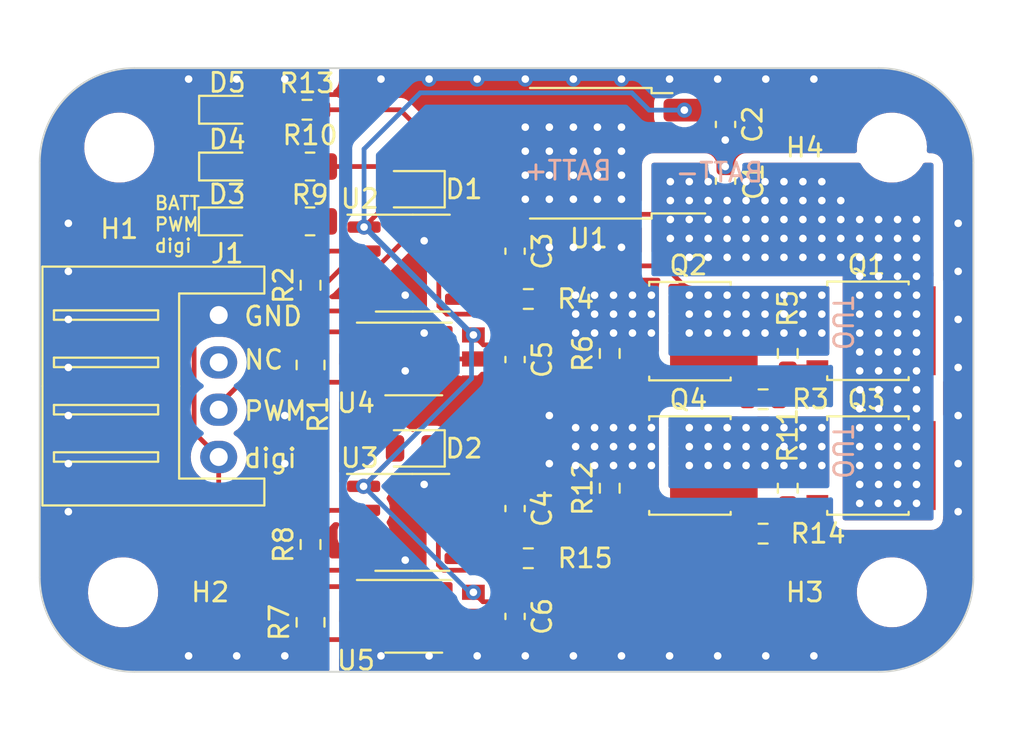
<source format=kicad_pcb>
(kicad_pcb (version 20221018) (generator pcbnew)
  (layers (0 "F.Cu" signal) (31 "B.Cu" signal) (34 "B.Paste" user) (35 "F.Paste" user) (36 "B.SilkS" user "B.Silkscreen") (37 "F.SilkS" user "F.Silkscreen") (38 "B.Mask" user) (39 "F.Mask" user) (44 "Edge.Cuts" user))
  (net 0 "")
  (net 1 "+BATT")
  (net 2 "GND")
  (net 3 "+12V")
  (net 4 "Net-(D1-K)")
  (net 5 "P_Vs")
  (net 6 "Net-(D2-K)")
  (net 7 "d_Vs")
  (net 8 "GND1")
  (net 9 "Net-(D3-A)")
  (net 10 "Net-(D4-A)")
  (net 11 "Net-(D5-A)")
  (net 13 "C_PWM")
  (net 14 "C_digi")
  (net 15 "Net-(Q1-G)")
  (net 16 "Net-(Q2-G)")
  (net 17 "Net-(Q3-G)")
  (net 18 "Net-(Q4-G)")
  (net 19 "Net-(R1-Pad1)")
  (net 20 "Net-(R2-Pad1)")
  (net 21 "PWM")
  (net 22 "P_HO")
  (net 23 "P_LO")
  (net 24 "Net-(R7-Pad1)")
  (net 25 "Net-(R8-Pad1)")
  (net 26 "digi")
  (net 27 "d_HO")
  (net 28 "d_LO")
  (footprint "Package_SO:MFSOP6-5_4.4x3.6mm_P1.27mm" (layer "F.Cu") (at 174.45 96.97)
    (fp_text reference "U5")
    (fp_text value "TLP152")
  )
  (footprint "Capacitor_SMD:C_0603_1608Metric" (layer "F.Cu") (at 190.915 70.975 -90)
    (fp_text reference "C2")
    (fp_text value "0.1u")
  )
  (footprint "Package_TO_SOT_SMD:LFPAK56" (layer "F.Cu") (at 189.035 89)
    (fp_text reference "Q4")
    (fp_text value "RJK0328DPB-01")
  )
  (footprint "Resistor_SMD:R_0805_2012Metric" (layer "F.Cu") (at 168.975 76.1)
    (fp_text reference "R9")
    (fp_text value "330")
  )
  (footprint "Resistor_SMD:R_0603_1608Metric" (layer "F.Cu") (at 184.8 90.2 90)
    (fp_text reference "R12")
    (fp_text value "10k")
  )
  (footprint "Resistor_SMD:R_0603_1608Metric" (layer "F.Cu") (at 194.2 83.08 90)
    (fp_text reference "R5")
    (fp_text value "10k")
  )
  (footprint "MountingHole:MountingHole_3.2mm_M3" (layer "F.Cu") (at 199.7 72.2)
    (fp_text reference "H4")
    (fp_text value "MountingHole")
  )
  (footprint "LED_SMD:LED_0603_1608Metric" (layer "F.Cu") (at 164.6 70.2)
    (fp_text reference "D5")
    (fp_text value "LED")
  )
  (footprint "Resistor_SMD:R_0603_1608Metric" (layer "F.Cu") (at 180.5 93.9)
    (fp_text reference "R15")
    (fp_text value "30")
  )
  (footprint "Resistor_SMD:R_0603_1608Metric" (layer "F.Cu") (at 180.5 80.2)
    (fp_text reference "R4")
    (fp_text value "30")
  )
  (footprint "Capacitor_SMD:C_0603_1608Metric" (layer "F.Cu") (at 190.915 73.975 90)
    (fp_text reference "C1")
    (fp_text value "0.33u")
  )
  (footprint "Connector_JST:JST_XH_S4B-XH-A_1x04_P2.50mm_Horizontal" (layer "F.Cu") (at 164.15 81.05 -90)
    (fp_text reference "J1")
    (fp_text value "Conn_01x04_Pin")
  )
  (footprint "MountingHole:MountingHole_3.2mm_M3" (layer "F.Cu") (at 158.9 72.2)
    (fp_text reference "H1")
    (fp_text value "MountingHole")
  )
  (footprint "Resistor_SMD:R_0805_2012Metric" (layer "F.Cu") (at 169 83.6875 90)
    (fp_text reference "R1")
    (fp_text value "330")
  )
  (footprint "Package_TO_SOT_SMD:LFPAK56" (layer "F.Cu") (at 198.435 89)
    (fp_text reference "Q3")
    (fp_text value "RJK0328DPB-01")
  )
  (footprint "Resistor_SMD:R_0603_1608Metric" (layer "F.Cu") (at 184.8 83.08 90)
    (fp_text reference "R6")
    (fp_text value "10k")
  )
  (footprint "Package_SO:MFSOP6-5_4.4x3.6mm_P1.27mm" (layer "F.Cu") (at 174.45 83.37)
    (fp_text reference "U4")
    (fp_text value "TLP152")
  )
  (footprint "Package_TO_SOT_SMD:LFPAK56" (layer "F.Cu") (at 198.435 81.88)
    (fp_text reference "Q1")
    (fp_text value "RJK0328DPB-01")
  )
  (footprint "Resistor_SMD:R_0603_1608Metric" (layer "F.Cu") (at 169 93.175 90)
    (fp_text reference "R8")
    (fp_text value "22k")
  )
  (footprint "Diode_SMD:D_0805_2012Metric" (layer "F.Cu") (at 174.4 88.095 180)
    (fp_text reference "D2")
    (fp_text value "D")
  )
  (footprint "Resistor_SMD:R_0603_1608Metric" (layer "F.Cu") (at 169 79.475 90)
    (fp_text reference "R2")
    (fp_text value "22k")
  )
  (footprint "Package_SO:SO-8_3.9x4.9mm_P1.27mm" (layer "F.Cu") (at 174.375 92.005)
    (fp_text reference "U3")
    (fp_text value "IR2302")
  )
  (footprint "Capacitor_SMD:C_0603_1608Metric" (layer "F.Cu") (at 179.8 83.4 -90)
    (fp_text reference "C5")
    (fp_text value "0.1u")
  )
  (footprint "MountingHole:MountingHole_3.2mm_M3" (layer "F.Cu") (at 199.7 95.7)
    (fp_text reference "H3")
    (fp_text value "MountingHole")
  )
  (footprint "Package_TO_SOT_SMD:TO-252-2" (layer "F.Cu") (at 183.7 72.5 180)
    (fp_text reference "U1")
    (fp_text value "NJM7812s")
  )
  (footprint "Resistor_SMD:R_0603_1608Metric" (layer "F.Cu") (at 168.8125 70.2 180)
    (fp_text reference "R13")
    (fp_text value "2.2k")
  )
  (footprint "Capacitor_SMD:C_0603_1608Metric" (layer "F.Cu") (at 179.8 91.275 -90)
    (fp_text reference "C4")
    (fp_text value "0.1u")
  )
  (footprint "LED_SMD:LED_0603_1608Metric" (layer "F.Cu") (at 164.6 73.2)
    (fp_text reference "D4")
    (fp_text value "LED")
  )
  (footprint "Resistor_SMD:R_0603_1608Metric" (layer "F.Cu") (at 192.9 92.6)
    (fp_text reference "R14")
    (fp_text value "30")
  )
  (footprint "MountingHole:MountingHole_3.2mm_M3" (layer "F.Cu") (at 159.1 95.7)
    (fp_text reference "H2")
    (fp_text value "MountingHole")
  )
  (footprint "Diode_SMD:D_0805_2012Metric" (layer "F.Cu") (at 174.4 74.4 180)
    (fp_text reference "D1")
    (fp_text value "D")
  )
  (footprint "Resistor_SMD:R_0603_1608Metric" (layer "F.Cu") (at 194.2 90.2 90)
    (fp_text reference "R11")
    (fp_text value "10k")
  )
  (footprint "Capacitor_SMD:C_0603_1608Metric" (layer "F.Cu") (at 179.8 96.975 -90)
    (fp_text reference "C6")
    (fp_text value "0.1u")
  )
  (footprint "Capacitor_SMD:C_0603_1608Metric" (layer "F.Cu") (at 179.8 77.675 -90)
    (fp_text reference "C3")
    (fp_text value "0.1u")
  )
  (footprint "Resistor_SMD:R_0805_2012Metric" (layer "F.Cu") (at 169 97.2875 90)
    (fp_text reference "R7")
    (fp_text value "330")
  )
  (footprint "Package_TO_SOT_SMD:LFPAK56" (layer "F.Cu") (at 189.035 81.9)
    (fp_text reference "Q2")
    (fp_text value "RJK0328DPB-01")
  )
  (footprint "Package_SO:SO-8_3.9x4.9mm_P1.27mm" (layer "F.Cu") (at 174.4 78.305)
    (fp_text reference "U2")
    (fp_text value "IR2302")
  )
  (footprint "Resistor_SMD:R_0603_1608Metric" (layer "F.Cu") (at 192.9 85.5)
    (fp_text reference "R3")
    (fp_text value "30")
  )
  (footprint "LED_SMD:LED_0603_1608Metric" (layer "F.Cu") (at 164.5875 76.1)
    (fp_text reference "D3")
    (fp_text value "LED")
  )
  (footprint "Resistor_SMD:R_0805_2012Metric" (layer "F.Cu") (at 168.975 73.2)
    (fp_text reference "R10")
    (fp_text value "330")
  )
  (gr_arc (start 199 68) (mid 202.535534 69.464466) (end 204 73) (stroke (width 0.1)) (layer "Edge.Cuts"))
  (gr_line (start 159.7 68) (end 199 68) (stroke (width 0.1)) (layer "Edge.Cuts"))
  (gr_arc (start 154.7 73) (mid 156.164466 69.464466) (end 159.7 68) (stroke (width 0.1)) (layer "Edge.Cuts"))
  (gr_arc (start 204 94.9) (mid 202.535534 98.435534) (end 199 99.9) (stroke (width 0.1)) (layer "Edge.Cuts"))
  (gr_line (start 199 99.9) (end 159.7 99.9) (stroke (width 0.1)) (layer "Edge.Cuts"))
  (gr_line (start 204 73) (end 204 94.9) (stroke (width 0.1)) (layer "Edge.Cuts"))
  (gr_arc (start 159.7 99.9) (mid 156.164466 98.435534) (end 154.7 94.9) (stroke (width 0.1)) (layer "Edge.Cuts"))
  (gr_line (start 154.7 94.9) (end 154.7 73) (stroke (width 0.1)) (layer "Edge.Cuts"))
  (gr_text "OUT" (at 196.5 83 270) (layer "B.SilkS") (effects (font (size 1 1)) (justify left bottom mirror)))
  (gr_text "BATT+" (at 185 74) (layer "B.SilkS") (effects (font (size 1 1)) (justify left bottom mirror)))
  (gr_text "BATT-" (at 193 74.1) (layer "B.SilkS") (effects (font (size 1 1)) (justify left bottom mirror)))
  (gr_text "OUT" (at 196.5 89.8 270) (layer "B.SilkS") (effects (font (size 1 1)) (justify left bottom mirror)))
  (gr_text "GND" (at 165.4 81.7) (layer "F.SilkS") (effects (font (size 1 1)) (justify left bottom)))
  (gr_text "NC" (at 165.4 84) (layer "F.SilkS") (effects (font (size 1 1)) (justify left bottom)))
  (gr_text "BATT\nPWM\ndigi" (at 160.7 77.8) (layer "F.SilkS") (effects (font (size 0.7 0.7) (thickness 0.12) bold) (justify left bottom)))
  (gr_text "digi" (at 165.4 89.2) (layer "F.SilkS") (effects (font (size 1 1)) (justify left bottom)))
  (gr_text "PWM" (at 165.4 86.7) (layer "F.SilkS") (effects (font (size 1 1)) (justify left bottom)))
  (segment (start 189 75) (end 188.77 74.75) (width 0.25) (layer "F.Cu") (net 1))
  (segment (start 190.915 74.75) (end 190.25 74.75) (width 0.25) (layer "F.Cu") (net 1))
  (segment (start 173.726825 70.2) (end 169.6375 70.2) (width 0.25) (layer "F.Cu") (net 1))
  (segment (start 187.725 75.725) (end 179.251825 75.725) (width 0.25) (layer "F.Cu") (net 1))
  (segment (start 191 75) (end 190 76) (width 0.25) (layer "F.Cu") (net 1))
  (segment (start 189.94 75.725) (end 189.275 75.725) (width 0.25) (layer "F.Cu") (net 1))
  (segment (start 190.915 74.75) (end 191 75) (width 0.25) (layer "F.Cu") (net 1))
  (segment (start 190 75) (end 189.75 74.75) (width 0.25) (layer "F.Cu") (net 1))
  (segment (start 189.75 74.75) (end 189 75) (width 0.25) (layer "F.Cu") (net 1))
  (segment (start 190.25 74.75) (end 190 75) (width 0.25) (layer "F.Cu") (net 1))
  (segment (start 188.275 75.725) (end 188 76) (width 0.25) (layer "F.Cu") (net 1))
  (segment (start 189 76) (end 188.725 75.725) (width 0.25) (layer "F.Cu") (net 1))
  (segment (start 179.251825 75.725) (end 173.726825 70.2) (width 0.25) (layer "F.Cu") (net 1))
  (segment (start 189.275 75.725) (end 189 76) (width 0.25) (layer "F.Cu") (net 1))
  (segment (start 188 76) (end 187.725 75.725) (width 0.25) (layer "F.Cu") (net 1))
  (segment (start 188.77 74.75) (end 188.74 74.78) (width 0.25) (layer "F.Cu") (net 1))
  (segment (start 190 76) (end 189.94 75.725) (width 0.25) (layer "F.Cu") (net 1))
  (segment (start 188.725 75.725) (end 188.275 75.725) (width 0.25) (layer "F.Cu") (net 1))
  (via (at 200 84) (size 0.8) (drill 0.4) (layers "F.Cu" "B.Cu") (net 1))
  (via (at 198 85) (size 0.8) (drill 0.4) (layers "F.Cu" "B.Cu") (net 1))
  (via (at 194 78) (size 0.8) (drill 0.4) (layers "F.Cu" "B.Cu") (net 1))
  (via (at 188 74) (size 0.8) (drill 0.4) (layers "F.Cu" "B.Cu") (net 1))
  (via (at 189 75) (size 0.8) (drill 0.4) (layers "F.Cu" "B.Cu") (net 1))
  (via (at 201 89) (size 0.8) (drill 0.4) (layers "F.Cu" "B.Cu") (net 1))
  (via (at 200 76) (size 0.8) (drill 0.4) (layers "F.Cu" "B.Cu") (net 1))
  (via (at 199 81) (size 0.8) (drill 0.4) (layers "F.Cu" "B.Cu") (net 1))
  (via (at 194 75) (size 0.8) (drill 0.4) (layers "F.Cu" "B.Cu") (net 1))
  (via (at 200 86) (size 0.8) (drill 0.4) (layers "F.Cu" "B.Cu") (net 1))
  (via (at 194 77) (size 0.8) (drill 0.4) (layers "F.Cu" "B.Cu") (net 1))
  (via (at 200 88) (size 0.8) (drill 0.4) (layers "F.Cu" "B.Cu") (net 1))
  (via (at 201 84) (size 0.8) (drill 0.4) (layers "F.Cu" "B.Cu") (net 1))
  (via (at 198 81) (size 0.8) (drill 0.4) (layers "F.Cu" "B.Cu") (net 1))
  (via (at 198 88) (size 0.8) (drill 0.4) (layers "F.Cu" "B.Cu") (net 1))
  (via (at 198 77) (size 0.8) (drill 0.4) (layers "F.Cu" "B.Cu") (net 1))
  (via (at 198 84) (size 0.8) (drill 0.4) (layers "F.Cu" "B.Cu") (net 1))
  (via (at 199 80) (size 0.8) (drill 0.4) (layers "F.Cu" "B.Cu") (net 1))
  (via (at 189 76) (size 0.8) (drill 0.4) (layers "F.Cu" "B.Cu") (net 1))
  (via (at 199 79) (size 0.8) (drill 0.4) (layers "F.Cu" "B.Cu") (net 1))
  (via (at 200 85) (size 0.8) (drill 0.4) (layers "F.Cu" "B.Cu") (net 1))
  (via (at 198 79) (size 0.8) (drill 0.4) (layers "F.Cu" "B.Cu") (net 1))
  (via (at 201 79) (size 0.8) (drill 0.4) (layers "F.Cu" "B.Cu") (net 1))
  (via (at 195 77) (size 0.8) (drill 0.4) (layers "F.Cu" "B.Cu") (net 1))
  (via (at 193 75) (size 0.8) (drill 0.4) (layers "F.Cu" "B.Cu") (net 1))
  (via (at 198 80) (size 0.8) (drill 0.4) (layers "F.Cu" "B.Cu") (net 1))
  (via (at 192 77) (size 0.8) (drill 0.4) (layers "F.Cu" "B.Cu") (net 1))
  (via (at 199 90) (size 0.8) (drill 0.4) (layers "F.Cu" "B.Cu") (net 1))
  (via (at 190 78) (size 0.8) (drill 0.4) (layers "F.Cu" "B.Cu") (net 1))
  (via (at 201 80) (size 0.8) (drill 0.4) (layers "F.Cu" "B.Cu") (net 1))
  (via (at 192 75) (size 0.8) (drill 0.4) (layers "F.Cu" "B.Cu") (net 1))
  (via (at 198 87) (size 0.8) (drill 0.4) (layers "F.Cu" "B.Cu") (net 1))
  (via (at 189 77) (size 0.8) (drill 0.4) (layers "F.Cu" "B.Cu") (net 1))
  (via (at 201 83) (size 0.8) (drill 0.4) (layers "F.Cu" "B.Cu") (net 1))
  (via (at 196 76) (size 0.8) (drill 0.4) (layers "F.Cu" "B.Cu") (net 1))
  (via (at 199 89) (size 0.8) (drill 0.4) (layers "F.Cu" "B.Cu") (net 1))
  (via (at 198 90) (size 0.8) (drill 0.4) (layers "F.Cu" "B.Cu") (net 1))
  (via (at 199 76) (size 0.8) (drill 0.4) (layers "F.Cu" "B.Cu") (net 1))
  (via (at 191 76) (size 0.8) (drill 0.4) (layers "F.Cu" "B.Cu") (net 1))
  (via (at 200 77) (size 0.8) (drill 0.4) (layers "F.Cu" "B.Cu") (net 1))
  (via (at 193 78) (size 0.8) (drill 0.4) (layers "F.Cu" "B.Cu") (net 1))
  (via (at 193 74) (size 0.8) (drill 0.4) (layers "F.Cu" "B.Cu") (net 1))
  (via (at 197 77) (size 0.8) (drill 0.4) (layers "F.Cu" "B.Cu") (net 1))
  (via (at 199 78) (size 0.8) (drill 0.4) (layers "F.Cu" "B.Cu") (net 1))
  (via (at 193 77) (size 0.8) (drill 0.4) (layers "F.Cu" "B.Cu") (net 1))
  (via (at 196 78) (size 0.8) (drill 0.4) (layers "F.Cu" "B.Cu") (net 1))
  (via (at 201 76) (size 0.8) (drill 0.4) (layers "F.Cu" "B.Cu") (net 1))
  (via (at 188 77) (size 0.8) (drill 0.4) (layers "F.Cu" "B.Cu") (net 1))
  (via (at 199 87) (size 0.8) (drill 0.4) (layers "F.Cu" "B.Cu") (net 1))
  (via (at 198 91) (size 0.8) (drill 0.4) (layers "F.Cu" "B.Cu") (net 1))
  (via (at 200 79) (size 0.8) (drill 0.4) (layers "F.Cu" "B.Cu") (net 1))
  (via (at 201 82) (size 0.8) (drill 0.4) (layers "F.Cu" "B.Cu") (net 1))
  (via (at 200 87) (size 0.8) (drill 0.4) (layers "F.Cu" "B.Cu") (net 1))
  (via (at 199 86) (size 0.8) (drill 0.4) (layers "F.Cu" "B.Cu") (net 1))
  (via (at 189 78) (size 0.8) (drill 0.4) (layers "F.Cu" "B.Cu") (net 1))
  (via (at 191 78) (size 0.8) (drill 0.4) (layers "F.Cu" "B.Cu") (net 1))
  (via (at 200 90) (size 0.8) (drill 0.4) (layers "F.Cu" "B.Cu") (net 1))
  (via (at 196 77) (size 0.8) (drill 0.4) (layers "F.Cu" "B.Cu") (net 1))
  (via (at 196 74) (size 0.8) (drill 0.4) (layers "F.Cu" "B.Cu") (net 1))
  (via (at 201 90) (size 0.8) (drill 0.4) (layers "F.Cu" "B.Cu") (net 1))
  (via (at 190 74) (size 0.8) (drill 0.4) (layers "F.Cu" "B.Cu") (net 1))
  (via (at 188 75) (size 0.8) (drill 0.4) (layers "F.Cu" "B.Cu") (net 1))
  (via (at 200 80) (size 0.8) (drill 0.4) (layers "F.Cu" "B.Cu") (net 1))
  (via (at 201 85) (size 0.8) (drill 0.4) (layers "F.Cu" "B.Cu") (net 1))
  (via (at 199 91) (size 0.8) (drill 0.4) (layers "F.Cu" "B.Cu") (net 1))
  (via (at 198 89) (size 0.8) (drill 0.4) (layers "F.Cu" "B.Cu") (net 1))
  (via (at 189 74) (size 0.8) (drill 0.4) (layers "F.Cu" "B.Cu") (net 1))
  (via (at 201 78) (size 0.8) (drill 0.4) (layers "F.Cu" "B.Cu") (net 1))
  (via (at 199 83) (size 0.8) (drill 0.4) (layers "F.Cu" "B.Cu") (net 1))
  (via (at 197 76) (size 0.8) (drill 0.4) (layers "F.Cu" "B.Cu") (net 1))
  (via (at 195 76) (size 0.8) (drill 0.4) (layers "F.Cu" "B.Cu") (net 1))
  (via (at 200 83) (size 0.8) (drill 0.4) (layers "F.Cu" "B.Cu") (net 1))
  (via (at 201 86) (size 0.8) (drill 0.4) (layers "F.Cu" "B.Cu") (net 1))
  (via (at 201 81) (size 0.8) (drill 0.4) (layers "F.Cu" "B.Cu") (net 1))
  (via (at 190 77) (size 0.8) (drill 0.4) (layers "F.Cu" "B.Cu") (net 1))
  (via (at 192 78) (size 0.8) (drill 0.4) (layers "F.Cu" "B.Cu") (net 1))
  (via (at 197 75) (size 0.8) (drill 0.4) (layers "F.Cu" "B.Cu") (net 1))
  (via (at 199 84) (size 0.8) (drill 0.4) (layers "F.Cu" "B.Cu") (net 1))
  (via (at 199 82) (size 0.8) (drill 0.4) (layers "F.Cu" "B.Cu") (net 1))
  (via (at 198 82) (size 0.8) (drill 0.4) (layers "F.Cu" "B.Cu") (net 1))
  (via (at 196 75) (size 0.8) (drill 0.4) (layers "F.Cu" "B.Cu") (net 1))
  (via (at 201 87) (size 0.8) (drill 0.4) (layers "F.Cu" "B.Cu") (net 1))
  (via (at 199 88) (size 0.8) (drill 0.4) (layers "F.Cu" "B.Cu") (net 1))
  (via (at 195 74) (size 0.8) (drill 0.4) (layers "F.Cu" "B.Cu") (net 1))
  (via (at 200 82) (size 0.8) (drill 0.4) (layers "F.Cu" "B.Cu") (net 1))
  (via (at 193 76) (size 0.8) (drill 0.4) (layers "F.Cu" "B.Cu") (net 1))
  (via (at 201 91) (size 0.8) (drill 0.4) (layers "F.Cu" "B.Cu") (net 1))
  (via (at 190 76) (size 0.8) (drill 0.4) (layers "F.Cu" "B.Cu") (net 1))
  (via (at 200 89) (size 0.8) (drill 0.4) (layers "F.Cu" "B.Cu") (net 1))
  (via (at 192 74) (size 0.8) (drill 0.4) (layers "F.Cu" "B.Cu") (net 1))
  (via (at 198 86) (size 0.8) (drill 0.4) (layers "F.Cu" "B.Cu") (net 1))
  (via (at 192 76) (size 0.8) (drill 0.4) (layers "F.Cu" "B.Cu") (net 1))
  (via (at 199 85) (size 0.8) (drill 0.4) (layers "F.Cu" "B.Cu") (net 1))
  (via (at 201 88) (size 0.8) (drill 0.4) (layers "F.Cu" "B.Cu") (net 1))
  (via (at 200 81) (size 0.8) (drill 0.4) (layers "F.Cu" "B.Cu") (net 1))
  (via (at 197 78) (size 0.8) (drill 0.4) (layers "F.Cu" "B.Cu") (net 1))
  (via (at 200 78) (size 0.8) (drill 0.4) (layers "F.Cu" "B.Cu") (net 1))
  (via (at 190 75) (size 0.8) (drill 0.4) (layers "F.Cu" "B.Cu") (net 1))
  (via (at 198 83) (size 0.8) (drill 0.4) (layers "F.Cu" "B.Cu") (net 1))
  (via (at 195 75) (size 0.8) (drill 0.4) (layers "F.Cu" "B.Cu") (net 1))
  (via (at 200 91) (size 0.8) (drill 0.4) (layers "F.Cu" "B.Cu") (net 1))
  (via (at 198 78) (size 0.8) (drill 0.4) (layers "F.Cu" "B.Cu") (net 1))
  (via (at 199 77) (size 0.8) (drill 0.4) (layers "F.Cu" "B.Cu") (net 1))
  (via (at 195 78) (size 0.8) (drill 0.4) (layers "F.Cu" "B.Cu") (net 1))
  (via (at 194 76) (size 0.8) (drill 0.4) (layers "F.Cu" "B.Cu") (net 1))
  (via (at 191 75) (size 0.8) (drill 0.4) (layers "F.Cu" "B.Cu") (net 1))
  (via (at 191 77) (size 0.8) (drill 0.4) (layers "F.Cu" "B.Cu") (net 1))
  (via (at 201 77) (size 0.8) (drill 0.4) (layers "F.Cu" "B.Cu") (net 1))
  (via (at 194 74) (size 0.8) (drill 0.4) (layers "F.Cu" "B.Cu") (net 1))
  (via (at 198 76) (size 0.8) (drill 0.4) (layers "F.Cu" "B.Cu") (net 1))
  (via (at 188 76) (size 0.8) (drill 0.4) (layers "F.Cu" "B.Cu") (net 1))
  (segment (start 182.88 72.39) (end 182.33 72.39) (width 0.25) (layer "F.Cu") (net 2))
  (segment (start 181.61 71.67) (end 181.61 71.67) (width 0.25) (layer "F.Cu") (net 2))
  (segment (start 181.06 71.12) (end 180.94 71) (width 0.25) (layer "F.Cu") (net 2))
  (segment (start 179.19 69.4) (end 180.34 71.12) (width 0.25) (layer "F.Cu") (net 2))
  (segment (start 178.065 84.175) (end 177.6 84.64) (width 0.25) (layer "F.Cu") (net 2))
  (segment (start 178.09 97.75) (end 177.6 98.24) (width 0.25) (layer "F.Cu") (net 2))
  (segment (start 181.61 71.12) (end 181.06 71.12) (width 0.25) (layer "F.Cu") (net 2))
  (segment (start 181.61 72.39) (end 181.61 71.67) (width 0.25) (layer "F.Cu") (net 2))
  (segment (start 181.61 71.67) (end 181.61 71.12) (width 0.25) (layer "F.Cu") (net 2))
  (segment (start 179.8 84.175) (end 178.065 84.175) (width 0.25) (layer "F.Cu") (net 2))
  (segment (start 164.6125 69.4) (end 179.19 69.4) (width 0.25) (layer "F.Cu") (net 2))
  (segment (start 180.34 71.12) (end 180.765 70.975) (width 0.25) (layer "F.Cu") (net 2))
  (segment (start 182.33 72.39) (end 181.61 72.39) (width 0.25) (layer "F.Cu") (net 2))
  (segment (start 182.44 72.5) (end 182.88 72.39) (width 0.25) (layer "F.Cu") (net 2))
  (segment (start 163.8125 70.2) (end 164.6125 69.4) (width 0.25) (layer "F.Cu") (net 2))
  (segment (start 179.8 97.75) (end 178.09 97.75) (width 0.25) (layer "F.Cu") (net 2))
  (via (at 203.2 88.9) (size 0.8) (drill 0.4) (layers "F.Cu" "B.Cu") (net 2))
  (via (at 187.96 99.06) (size 0.8) (drill 0.4) (layers "F.Cu" "B.Cu") (net 2))
  (via (at 182.88 74.93) (size 0.8) (drill 0.4) (layers "F.Cu" "B.Cu") (net 2))
  (via (at 180.34 74.93) (size 0.8) (drill 0.4) (layers "F.Cu" "B.Cu") (net 2))
  (via (at 172.72 68.58) (size 0.8) (drill 0.4) (layers "F.Cu" "B.Cu") (net 2))
  (via (at 180.34 72.39) (size 0.8) (drill 0.4) (layers "F.Cu" "B.Cu") (net 2))
  (via (at 174 84) (size 0.8) (drill 0.4) (layers "F.Cu" "B.Cu") (net 2))
  (via (at 186 81) (size 0.8) (drill 0.4) (layers "F.Cu" "B.Cu") (net 2))
  (via (at 172.72 99.06) (size 0.8) (drill 0.4) (layers "F.Cu" "B.Cu") (net 2))
  (via (at 186 89) (size 0.8) (drill 0.4) (layers "F.Cu" "B.Cu") (net 2))
  (via (at 183 89) (size 0.8) (drill 0.4) (layers "F.Cu" "B.Cu") (net 2))
  (via (at 184.15 77.47) (size 0.8) (drill 0.4) (layers "F.Cu" "B.Cu") (net 2))
  (via (at 187 88) (size 0.8) (drill 0.4) (layers "F.Cu" "B.Cu") (net 2))
  (via (at 181.61 88.9) (size 0.8) (drill 0.4) (layers "F.Cu" "B.Cu") (net 2))
  (via (at 190.9 73.2) (size 0.8) (drill 0.4) (layers "F.Cu" "B.Cu") (net 2))
  (via (at 175 90) (size 0.8) (drill 0.4) (layers "F.Cu" "B.Cu") (net 2))
  (via (at 184 82) (size 0.8) (drill 0.4) (layers "F.Cu" "B.Cu") (net 2))
  (via (at 184 81) (size 0.8) (drill 0.4) (layers "F.Cu" "B.Cu") (net 2))
  (via (at 175.26 99.06) (size 0.8) (drill 0.4) (layers "F.Cu" "B.Cu") (net 2))
  (via (at 180.34 73.66) (size 0.8) (drill 0.4) (layers "F.Cu" "B.Cu") (net 2))
  (via (at 177.8 68.58) (size 0.8) (drill 0.4) (layers "F.Cu" "B.Cu") (net 2))
  (via (at 183 88) (size 0.8) (drill 0.4) (layers "F.Cu" "B.Cu") (net 2))
  (via (at 190.5 68.58) (size 0.8) (drill 0.4) (layers "F.Cu" "B.Cu") (net 2))
  (via (at 183 82) (size 0.8) (drill 0.4) (layers "F.Cu" "B.Cu") (net 2))
  (via (at 184 89) (size 0.8) (drill 0.4) (layers "F.Cu" "B.Cu") (net 2))
  (via (at 193.04 99.06) (size 0.8) (drill 0.4) (layers "F.Cu" "B.Cu") (net 2))
  (via (at 185 87) (size 0.8) (drill 0.4) (layers "F.Cu" "B.Cu") (net 2))
  (via (at 185 80) (size 0.8) (drill 0.4) (layers "F.Cu" "B.Cu") (net 2))
  (via (at 182.88 71.12) (size 0.8) (drill 0.4) (layers "F.Cu" "B.Cu") (net 2))
  (via (at 183 87) (size 0.8) (drill 0.4) (layers "F.Cu" "B.Cu") (net 2))
  (via (at 185.42 68.58) (size 0.8) (drill 0.4) (layers "F.Cu" "B.Cu") (net 2))
  (via (at 184.15 72.39) (size 0.8) (drill 0.4) (layers "F.Cu" "B.Cu") (net 2))
  (via (at 175 77.1245) (size 0.8) (drill 0.4) (layers "F.Cu" "B.Cu") (net 2))
  (via (at 190.9 71.8) (size 0.8) (drill 0.4) (layers "F.Cu" "B.Cu") (net 2))
  (via (at 187 80) (size 0.8) (drill 0.4) (layers "F.Cu" "B.Cu") (net 2))
  (via (at 183 81) (size 0.8) (drill 0.4) (layers "F.Cu" "B.Cu") (net 2))
  (via (at 182.88 99.06) (size 0.8) (drill 0.4) (layers "F.Cu" "B.Cu") (net 2))
  (via (at 185.42 72.39) (size 0.8) (drill 0.4) (layers "F.Cu" "B.Cu") (net 2))
  (via (at 185 89) (size 0.8) (drill 0.4) (layers "F.Cu" "B.Cu") (net 2))
  (via (at 185.42 77.47) (size 0.8) (drill 0.4) (layers "F.Cu" "B.Cu") (net 2))
  (via (at 195.58 99.06) (size 0.8) (drill 0.4) (layers "F.Cu" "B.Cu") (net 2))
  (via (at 181.61 71.12) (size 0.8) (drill 0.4) (layers "F.Cu" "B.Cu") (net 2))
  (via (at 187.96 68.58) (size 0.8) (drill 0.4) (layers "F.Cu" "B.Cu") (net 2))
  (via (at 186 82) (size 0.8) (drill 0.4) (layers "F.Cu" "B.Cu") (net 2))
  (via (at 185 82) (size 0.8) (drill 0.4) (layers "F.Cu" "B.Cu") (net 2))
  (via (at 184 80) (size 0.8) (drill 0.4) (layers "F.Cu" "B.Cu") (net 2))
  (via (at 174 80) (size 0.8) (drill 0.4) (layers "F.Cu" "B.Cu") (net 2))
  (via (at 187 81) (size 0.8) (drill 0.4) (layers "F.Cu" "B.Cu") (net 2))
  (via (at 190.5 99.06) (size 0.8) (drill 0.4) (layers "F.Cu" "B.Cu") (net 2))
  (via (at 182.88 73.66) (size 0.8) (drill 0.4) (layers "F.Cu" "B.Cu") (net 2))
  (via (at 187 89) (size 0.8) (drill 0.4) (layers "F.Cu" "B.Cu") (net 2))
  (via (at 185 81) (size 0.8) (drill 0.4) (layers "F.Cu" "B.Cu") (net 2))
  (via (at 181.61 74.93) (size 0.8) (drill 0.4) (layers "F.Cu" "B.Cu") (net 2))
  (via (at 181.61 72.39) (size 0.8) (drill 0.4) (layers "F.Cu" "B.Cu") (net 2))
  (via (at 203.2 78.74) (size 0.8) (drill 0.4) (layers "F.Cu" "B.Cu") (net 2))
  (via (at 184 88) (size 0.8) (drill 0.4) (layers "F.Cu" "B.Cu") (net 2))
  (via (at 186 87) (size 0.8) (drill 0.4) (layers "F.Cu" "B.Cu") (net 2))
  (via (at 187 82) (size 0.8) (drill 0.4) (layers "F.Cu" "B.Cu") (net 2))
  (via (at 184.15 73.66) (size 0.8) (drill 0.4) (layers "F.Cu" "B.Cu") (net 2))
  (via (at 175 82) (size 0.8) (drill 0.4) (layers "F.Cu" "B.Cu") (net 2))
  (via (at 203.2 91.44) (size 0.8) (drill 0.4) (layers "F.Cu" "B.Cu") (net 2))
  (via (at 186 80) (size 0.8) (drill 0.4) (layers "F.Cu" "B.Cu") (net 2))
  (via (at 184.15 74.93) (size 0.8) (drill 0.4) (layers "F.Cu" "B.Cu") (net 2))
  (via (at 185.42 71.12) (size 0.8) (drill 0.4) (layers "F.Cu" "B.Cu") (net 2))
  (via (at 181.61 77.47) (size 0.8) (drill 0.4) (layers "F.Cu" "B.Cu") (net 2))
  (via (at 181.61 73.66) (size 0.8) (drill 0.4) (layers "F.Cu" "B.Cu") (net 2))
  (via (at 175.26 68.58) (size 0.8) (drill 0.4) (layers "F.Cu" "B.Cu") (net 2))
  (via (at 185.42 74.93) (size 0.8) (drill 0.4) (layers "F.Cu" "B.Cu") (net 2))
  (via (at 180.34 99.06) (size 0.8) (drill 0.4) (layers "F.Cu" "B.Cu") (net 2))
  (via (at 182.88 68.58) (size 0.8) (drill 0.4) (layers "F.Cu" "B.Cu") (net 2))
  (via (at 187 87) (size 0.8) (drill 0.4) (layers "F.Cu" "B.Cu") (net 2))
  (via (at 183 80) (size 0.8) (drill 0.4) (layers "F.Cu" "B.Cu") (net 2))
  (via (at 203.2 83.82) (size 0.8) (drill 0.4) (layers "F.Cu" "B.Cu") (net 2))
  (via (at 184.15 71.12) (size 0.8) (drill 0.4) (layers "F.Cu" "B.Cu") (net 2))
  (via (at 203.2 76.2) (size 0.8) (drill 0.4) (layers "F.Cu" "B.Cu") (net 2))
  (via (at 203.2 81.28) (size 0.8) (drill 0.4) (layers "F.Cu" "B.Cu") (net 2))
  (via (at 182.88 77.47) (size 0.8) (drill 0.4) (layers "F.Cu" "B.Cu") (net 2))
  (via (at 185.42 73.66) (size 0.8) (drill 0.4) (layers "F.Cu" "B.Cu") (net 2))
  (via (at 180.34 68.58) (size 0.8) (drill 0.4) (layers "F.Cu" "B.Cu") (net 2))
  (via (at 174 94) (size 0.8) (drill 0.4) (layers "F.Cu" "B.Cu") (net 2))
  (via (at 185 88) (size 0.8) (drill 0.4) (layers "F.Cu" "B.Cu") (net 2))
  (via (at 184 87) (size 0.8) (drill 0.4) (layers "F.Cu" "B.Cu") (net 2))
  (via (at 186 88) (size 0.8) (drill 0.4) (layers "F.Cu" "B.Cu") (net 2))
  (via (at 177.8 99.06) (size 0.8) (drill 0.4) (layers "F.Cu" "B.Cu") (net 2))
  (via (at 195.58 68.58) (size 0.8) (drill 0.4) (layers "F.Cu" "B.Cu") (net 2))
  (via (at 193.04 68.58) (size 0.8) (drill 0.4) (layers "F.Cu" "B.Cu") (net 2))
  (via (at 181.61 86.36) (size 0.8) (drill 0.4) (layers "F.Cu" "B.Cu") (net 2))
  (via (at 203.2 86.36) (size 0.8) (drill 0.4) (layers "F.Cu" "B.Cu") (net 2))
  (via (at 185.42 99.06) (size 0.8) (drill 0.4) (layers "F.Cu" "B.Cu") (net 2))
  (via (at 182.88 72.39) (size 0.8) (drill 0.4) (layers "F.Cu" "B.Cu") (net 2))
  (via (at 180.34 71.12) (size 0.8) (drill 0.4) (layers "F.Cu" "B.Cu") (net 2))
  (segment (start 177.6 95.7) (end 177.6 95.7) (width 0.25) (layer "F.Cu") (net 3))
  (segment (start 179.625 82.625) (end 179.7 82.7) (width 0.25) (layer "F.Cu") (net 3))
  (segment (start 171.8 90.1) (end 173.4625 88.4375) (width 0.25) (layer "F.Cu") (net 3))
  (segment (start 173.4625 88.4375) (end 173.4625 88.095) (width 0.25) (layer "F.Cu") (net 3))
  (segment (start 190.895 70.22) (end 190.915 70.2) (width 0.25) (layer "F.Cu") (net 3))
  (segment (start 188.74 70.22) (end 190.895 70.22) (width 0.25) (layer "F.Cu") (net 3))
  (segment (start 177.6 82.1) (end 178.125 82.625) (width 0.25) (layer "F.Cu") (net 3))
  (segment (start 179.7 82.7) (end 179.775 82.625) (width 0.25) (layer "F.Cu") (net 3))
  (segment (start 178.1 96.2) (end 179.8 96.2) (width 0.25) (layer "F.Cu") (net 3))
  (segment (start 178.125 82.625) (end 179.625 82.625) (width 0.25) (layer "F.Cu") (net 3))
  (segment (start 179.775 82.625) (end 179.8 82.625) (width 0.25) (layer "F.Cu") (net 3))
  (segment (start 177.6 95.7) (end 178.1 96.2) (width 0.25) (layer "F.Cu") (net 3))
  (segment (start 173.4625 74.7625) (end 173.4625 74.4) (width 0.25) (layer "F.Cu") (net 3))
  (segment (start 171.825 76.4) (end 173.4625 74.7625) (width 0.25) (layer "F.Cu") (net 3))
  (via (at 177.6 95.7) (size 0.8) (drill 0.4) (layers "F.Cu" "B.Cu") (net 3))
  (via (at 171.8 90.1) (size 0.8) (drill 0.4) (layers "F.Cu" "B.Cu") (net 3))
  (via (at 171.825 76.4) (size 0.8) (drill 0.4) (layers "F.Cu" "B.Cu") (net 3))
  (via (at 188.74 70.22) (size 0.8) (drill 0.4) (layers "F.Cu" "B.Cu") (net 3))
  (via (at 177.6 82.1) (size 0.8) (drill 0.4) (layers "F.Cu" "B.Cu") (net 3))
  (segment (start 188.74 70.22) (end 186.88 70.22) (width 0.25) (layer "B.Cu") (net 3))
  (segment (start 171.9 76.4) (end 171.825 76.4) (width 0.25) (layer "B.Cu") (net 3))
  (segment (start 171.8 90.1) (end 177.5 84.4) (width 0.25) (layer "B.Cu") (net 3))
  (segment (start 174.795 69.305) (end 171.825 72.275) (width 0.25) (layer "B.Cu") (net 3))
  (segment (start 177.5 82.075) (end 171.825 76.4) (width 0.25) (layer "B.Cu") (net 3))
  (segment (start 177.6 95.7) (end 177.4 95.7) (width 0.25) (layer "B.Cu") (net 3))
  (segment (start 185.955 69.305) (end 174.795 69.305) (width 0.25) (layer "B.Cu") (net 3))
  (segment (start 185.96 69.3) (end 185.955 69.305) (width 0.25) (layer "B.Cu") (net 3))
  (segment (start 177.6 82.1) (end 171.9 76.4) (width 0.25) (layer "B.Cu") (net 3))
  (segment (start 186.88 70.22) (end 185.96 69.3) (width 0.25) (layer "B.Cu") (net 3))
  (segment (start 171.825 72.275) (end 171.825 76.4) (width 0.25) (layer "B.Cu") (net 3))
  (segment (start 177.5 84.4) (end 177.5 82.075) (width 0.25) (layer "B.Cu") (net 3))
  (segment (start 177.4 95.7) (end 171.8 90.1) (width 0.25) (layer "B.Cu") (net 3))
  (segment (start 179.3 76.4) (end 179.8 76.9) (width 0.25) (layer "F.Cu") (net 4))
  (segment (start 175.3375 74.4) (end 175.3375 74.7625) (width 0.25) (layer "F.Cu") (net 4))
  (segment (start 176.975 76.4) (end 179.3 76.4) (width 0.25) (layer "F.Cu") (net 4))
  (segment (start 175.3375 74.7625) (end 176.975 76.4) (width 0.25) (layer "F.Cu") (net 4))
  (segment (start 196 81) (end 195.765 81.24) (width 0.25) (layer "F.Cu") (net 5))
  (segment (start 176.975 78.94) (end 179.31 78.94) (width 0.25) (layer "F.Cu") (net 5))
  (segment (start 194.315 82.51) (end 194.2 82.625) (width 0.25) (layer "F.Cu") (net 5))
  (segment (start 191 81) (end 192 81) (width 0.25) (layer "F.Cu") (net 5))
  (segment (start 190 82) (end 189.735 82) (width 0.25) (layer "F.Cu") (net 5))
  (segment (start 191.735 84) (end 190 82.265) (width 0.25) (layer "F.Cu") (net 5))
  (segment (start 190 82.265) (end 190 82) (width 0.25) (layer "F.Cu") (net 5))
  (segment (start 193 80) (end 193.03 79.97) (width 0.25) (layer "F.Cu") (net 5))
  (segment (start 191.535 80) (end 191.565 79.97) (width 0.25) (layer "F.Cu") (net 5))
  (segment (start 195 81) (end 196 81) (width 0.25) (layer "F.Cu") (net 5))
  (segment (start 191.97 79.97) (end 192 80) (width 0.25) (layer "F.Cu") (net 5))
  (segment (start 179.31 78.94) (end 179.8 78.45) (width 0.25) (layer "F.Cu") (net 5))
  (segment (start 189.635 81.9) (end 190 81) (width 0.25) (layer "F.Cu") (net 5))
  (segment (start 189 80) (end 189.23 80) (width 0.25) (layer "F.Cu") (net 5))
  (segment (start 195 80) (end 195.03 79.97) (width 0.25) (layer "F.Cu") (net 5))
  (segment (start 195.795 79.97) (end 195.765 79.97) (width 0.25) (layer "F.Cu") (net 5))
  (segment (start 189 79.77) (end 189 80) (width 0.25) (layer "F.Cu") (net 5))
  (segment (start 191 80.535) (end 191 80) (width 0.25) (layer "F.Cu") (net 5))
  (segment (start 187.68 78.45) (end 189 79.77) (width 0.25) (layer "F.Cu") (net 5))
  (segment (start 189.735 82) (end 189.635 81.9) (width 0.25) (layer "F.Cu") (net 5))
  (segment (start 194.03 79.97) (end 194.97 79.97) (width 0.25) (layer "F.Cu") (net 5))
  (segment (start 179.8 78.45) (end 187.68 78.45) (width 0.25) (layer "F.Cu") (net 5))
  (segment (start 192 80) (end 192.03 79.97) (width 0.25) (layer "F.Cu") (net 5))
  (segment (start 191.565 79.97) (end 191.97 79.97) (width 0.25) (layer "F.Cu") (net 5))
  (segment (start 189.23 80) (end 189.635 80.405) (width 0.25) (layer "F.Cu") (net 5))
  (segment (start 195.735 79.97) (end 196 80) (width 0.25) (layer "F.Cu") (net 5))
  (segment (start 193.97 79.97) (end 194 80) (width 0.25) (layer "F.Cu") (net 5))
  (segment (start 195.03 79.97) (end 195.735 79.97) (width 0.25) (layer "F.Cu") (net 5))
  (segment (start 191 80) (end 191.535 80) (width 0.25) (layer "F.Cu") (net 5))
  (segment (start 194.48 82.52) (end 194.28 82.52) (width 0.25) (layer "F.Cu") (net 5))
  (segment (start 189.635 81.9) (end 191 80.535) (width 0.25) (layer "F.Cu") (net 5))
  (segment (start 196 82) (end 195.765 82.51) (width 0.25) (layer "F.Cu") (net 5))
  (segment (start 192 81) (end 193 81) (width 0.25) (layer "F.Cu") (net 5))
  (segment (start 196 80) (end 195.795 79.97) (width 0.25) (layer "F.Cu") (net 5))
  (segment (start 195 82) (end 194.48 82.52) (width 0.25) (layer "F.Cu") (net 5))
  (segment (start 193.03 79.97) (end 193.97 79.97) (width 0.25) (layer "F.Cu") (net 5))
  (segment (start 192.97 79.97) (end 193 80) (width 0.25) (layer "F.Cu") (net 5))
  (segment (start 194 81) (end 195 81) (width 0.25) (layer "F.Cu") (net 5))
  (segment (start 190.295 81.24) (end 191 81) (width 0.25) (layer "F.Cu") (net 5))
  (segment (start 190 81) (end 190.295 81.24) (width 0.25) (layer "F.Cu") (net 5))
  (segment (start 193 81) (end 194 81) (width 0.25) (layer "F.Cu") (net 5))
  (segment (start 195.52 82.52) (end 195 82) (width 0.25) (layer "F.Cu") (net 5))
  (segment (start 196.07 82.51) (end 196 82) (width 0.25) (layer "F.Cu") (net 5))
  (segment (start 194 80) (end 194.03 79.97) (width 0.25) (layer "F.Cu") (net 5))
  (segment (start 192.03 79.97) (end 192.97 79.97) (width 0.25) (layer "F.Cu") (net 5))
  (segment (start 194.97 79.97) (end 195 80) (width 0.25) (layer "F.Cu") (net 5))
  (segment (start 195.765 82.52) (end 195.52 82.52) (width 0.25) (layer "F.Cu") (net 5))
  (segment (start 189.635 80.405) (end 189.635 80.62) (width 0.25) (layer "F.Cu") (net 5))
  (via (at 194 80) (size 0.8) (drill 0.4) (layers "F.Cu" "B.Cu") (net 5))
  (via (at 190 81) (size 0.8) (drill 0.4) (layers "F.Cu" "B.Cu") (net 5))
  (via (at 193 81) (size 0.8) (drill 0.4) (layers "F.Cu" "B.Cu") (net 5))
  (via (at 190 82) (size 0.8) (drill 0.4) (layers "F.Cu" "B.Cu") (net 5))
  (via (at 195 81) (size 0.8) (drill 0.4) (layers "F.Cu" "B.Cu") (net 5))
  (via (at 192 80) (size 0.8) (drill 0.4) (layers "F.Cu" "B.Cu") (net 5))
  (via (at 194 82) (size 0.8) (drill 0.4) (layers "F.Cu" "B.Cu") (net 5))
  (via (at 191 81) (size 0.8) (drill 0.4) (layers "F.Cu" "B.Cu") (net 5))
  (via (at 190 80) (size 0.8) (drill 0.4) (layers "F.Cu" "B.Cu") (net 5))
  (via (at 196 82) (size 0.8) (drill 0.4) (layers "F.Cu" "B.Cu") (net 5))
  (via (at 196 80) (size 0.8) (drill 0.4) (layers "F.Cu" "B.Cu") (net 5))
  (via (at 192 81) (size 0.8) (drill 0.4) (layers "F.Cu" "B.Cu") (net 5))
  (via (at 193 80) (size 0.8) (drill 0.4) (layers "F.Cu" "B.Cu") (net 5))
  (via (at 195 80) (size 0.8) (drill 0.4) (layers "F.Cu" "B.Cu") (net 5))
  (via (at 191 82) (size 0.8) (drill 0.4) (layers "F.Cu" "B.Cu") (net 5))
  (via (at 195 82) (size 0.8) (drill 0.4) (layers "F.Cu" "B.Cu") (net 5))
  (via (at 189 81) (size 0.8) (drill 0.4) (layers "F.Cu" "B.Cu") (net 5))
  (via (at 191 80) (size 0.8) (drill 0.4) (layers "F.Cu" "B.Cu") (net 5))
  (via (at 189 80) (size 0.8) (drill 0.4) (layers "F.Cu" "B.Cu") (net 5))
  (via (at 194 81) (size 0.8) (drill 0.4) (layers "F.Cu" "B.Cu") (net 5))
  (via (at 196 81) (size 0.8) (drill 0.4) (layers "F.Cu" "B.Cu") (net 5))
  (via (at 192 82) (size 0.8) (drill 0.4) (layers "F.Cu" "B.Cu") (net 5))
  (via (at 189 82) (size 0.8) (drill 0.4) (layers "F.Cu" "B.Cu") (net 5))
  (via (at 193 82) (size 0.8) (drill 0.4) (layers "F.Cu" "B.Cu") (net 5))
  (segment (start 179.4 90.1) (end 179.8 90.5) (width 0.25) (layer "F.Cu") (net 6))
  (segment (start 176.95 90.1) (end 179.4 90.1) (width 0.25) (layer "F.Cu") (net 6))
  (segment (start 175.3375 88.095) (end 175.3375 88.4875) (width 0.25) (layer "F.Cu") (net 6))
  (segment (start 175.3375 88.4875) (end 176.95 90.1) (width 0.25) (layer "F.Cu") (net 6))
  (segment (start 189.635 90.315) (end 185.25 94.7) (width 0.25) (layer "F.Cu") (net 7))
  (segment (start 180.907538 94.7) (end 180.4 94.192462) (width 0.25) (layer "F.Cu") (net 7))
  (segment (start 185.25 94.7) (end 180.907538 94.7) (width 0.25) (layer "F.Cu") (net 7))
  (segment (start 180.4 92.65) (end 179.8 92.05) (width 0.25) (layer "F.Cu") (net 7))
  (segment (start 179.21 92.64) (end 179.8 92.05) (width 0.25) (layer "F.Cu") (net 7))
  (segment (start 176.95 92.64) (end 179.21 92.64) (width 0.25) (layer "F.Cu") (net 7))
  (segment (start 180.4 94.192462) (end 180.4 92.65) (width 0.25) (layer "F.Cu") (net 7))
  (segment (start 189.635 90.1) (end 189.635 90.315) (width 0.25) (layer "F.Cu") (net 7))
  (via (at 191 87) (size 0.8) (drill 0.4) (layers "F.Cu" "B.Cu") (net 7))
  (via (at 196 87) (size 0.8) (drill 0.4) (layers "F.Cu" "B.Cu") (net 7))
  (via (at 194 89) (size 0.8) (drill 0.4) (layers "F.Cu" "B.Cu") (net 7))
  (via (at 190 88) (size 0.8) (drill 0.4) (layers "F.Cu" "B.Cu") (net 7))
  (via (at 193 88) (size 0.8) (drill 0.4) (layers "F.Cu" "B.Cu") (net 7))
  (via (at 195 87) (size 0.8) (drill 0.4) (layers "F.Cu" "B.Cu") (net 7))
  (via (at 196 89) (size 0.8) (drill 0.4) (layers "F.Cu" "B.Cu") (net 7))
  (via (at 195 89) (size 0.8) (drill 0.4) (layers "F.Cu" "B.Cu") (net 7))
  (via (at 196 88) (size 0.8) (drill 0.4) (layers "F.Cu" "B.Cu") (net 7))
  (via (at 193 87) (size 0.8) (drill 0.4) (layers "F.Cu" "B.Cu") (net 7))
  (via (at 190 89) (size 0.8) (drill 0.4) (layers "F.Cu" "B.Cu") (net 7))
  (via (at 192 88) (size 0.8) (drill 0.4) (layers "F.Cu" "B.Cu") (net 7))
  (via (at 195 88) (size 0.8) (drill 0.4) (layers "F.Cu" "B.Cu") (net 7))
  (via (at 194 88) (size 0.8) (drill 0.4) (layers "F.Cu" "B.Cu") (net 7))
  (via (at 190 87) (size 0.8) (drill 0.4) (layers "F.Cu" "B.Cu") (net 7))
  (via (at 189 87) (size 0.8) (drill 0.4) (layers "F.Cu" "B.Cu") (net 7))
  (via (at 191 88) (size 0.8) (drill 0.4) (layers "F.Cu" "B.Cu") (net 7))
  (via (at 194 88) (size 0.8) (drill 0.4) (layers "F.Cu" "B.Cu") (net 7))
  (via (at 189 88) (size 0.8) (drill 0.4) (layers "F.Cu" "B.Cu") (net 7))
  (via (at 189 89) (size 0.8) (drill 0.4) (layers "F.Cu" "B.Cu") (net 7))
  (via (at 191 89) (size 0.8) (drill 0.4) (layers "F.Cu" "B.Cu") (net 7))
  (via (at 193 89) (size 0.8) (drill 0.4) (layers "F.Cu" "B.Cu") (net 7))
  (via (at 192 87) (size 0.8) (drill 0.4) (layers "F.Cu" "B.Cu") (net 7))
  (via (at 194 87) (size 0.8) (drill 0.4) (layers "F.Cu" "B.Cu") (net 7))
  (via (at 192 89) (size 0.8) (drill 0.4) (layers "F.Cu" "B.Cu") (net 7))
  (via (at 156.21 81.28) (size 0.8) (drill 0.4) (layers "F.Cu" "B.Cu") (net 8))
  (via (at 165.1 68.58) (size 0.8) (drill 0.4) (layers "F.Cu" "B.Cu") (net 8))
  (via (at 156.21 91.44) (size 0.8) (drill 0.4) (layers "F.Cu" "B.Cu") (net 8))
  (via (at 165.1 99.06) (size 0.8) (drill 0.4) (layers "F.Cu" "B.Cu") (net 8))
  (via (at 162.56 99.06) (size 0.8) (drill 0.4) (layers "F.Cu" "B.Cu") (net 8))
  (via (at 156.21 86.36) (size 0.8) (drill 0.4) (layers "F.Cu" "B.Cu") (net 8))
  (via (at 156.21 83.82) (size 0.8) (drill 0.4) (layers "F.Cu" "B.Cu") (net 8))
  (via (at 156.21 76.2) (size 0.8) (drill 0.4) (layers "F.Cu" "B.Cu") (net 8))
  (via (at 167.64 68.58) (size 0.8) (drill 0.4) (layers "F.Cu" "B.Cu") (net 8))
  (via (at 156.21 88.9) (size 0.8) (drill 0.4) (layers "F.Cu" "B.Cu") (net 8))
  (via (at 162.56 68.58) (size 0.8) (drill 0.4) (layers "F.Cu" "B.Cu") (net 8))
  (via (at 167.64 88.9) (size 0.8) (drill 0.4) (layers "F.Cu" "B.Cu") (net 8))
  (via (at 167.64 99.06) (size 0.8) (drill 0.4) (layers "F.Cu" "B.Cu") (net 8))
  (via (at 156.21 78.74) (size 0.8) (drill 0.4) (layers "F.Cu" "B.Cu") (net 8))
  (via (at 167.64 86.36) (size 0.8) (drill 0.4) (layers "F.Cu" "B.Cu") (net 8))
  (segment (start 165.375 76.1) (end 168.0625 76.1) (width 0.25) (layer "F.Cu") (net 9))
  (segment (start 165.3875 73.2) (end 168.0625 73.2) (width 0.25) (layer "F.Cu") (net 10))
  (segment (start 165.3875 70.2) (end 167.9875 70.2) (width 0.25) (layer "F.Cu") (net 11))
  (segment (start 170.903249 78.295) (end 169.798249 79.4) (width 0.25) (layer "F.Cu") (net 13))
  (segment (start 172.746751 78.295) (end 170.903249 78.295) (width 0.25) (layer "F.Cu") (net 13))
  (segment (start 174.275 73.708166) (end 174.275 76.766751) (width 0.25) (layer "F.Cu") (net 13))
  (segment (start 164.15 86.05) (end 164.15 85.8) (width 0.25) (layer "F.Cu") (net 13))
  (segment (start 168.6 79.4) (end 168 80) (width 0.25) (layer "F.Cu") (net 13))
  (segment (start 168 81.95) (end 164.15 85.8) (width 0.25) (layer "F.Cu") (net 13))
  (segment (start 164.15 85.8) (end 168.0125 81.9375) (width 0.25) (layer "F.Cu") (net 13))
  (segment (start 171.1375 81.9375) (end 171.3 82.1) (width 0.25) (layer "F.Cu") (net 13))
  (segment (start 174.275 76.766751) (end 172.746751 78.295) (width 0.25) (layer "F.Cu") (net 13))
  (segment (start 168.0125 81.9375) (end 171.1375 81.9375) (width 0.25) (layer "F.Cu") (net 13))
  (segment (start 173.766834 73.2) (end 174.275 73.708166) (width 0.25) (layer "F.Cu") (net 13))
  (segment (start 169.798249 79.4) (end 168.6 79.4) (width 0.25) (layer "F.Cu") (net 13))
  (segment (start 168 80) (end 168 81.95) (width 0.25) (layer "F.Cu") (net 13))
  (segment (start 169.8875 73.2) (end 173.766834 73.2) (width 0.25) (layer "F.Cu") (net 13))
  (segment (start 164.15 93.050673) (end 164.15 88.55) (width 0.25) (layer "F.Cu") (net 14))
  (segment (start 162.85 87.25) (end 164.15 88.55) (width 0.25) (layer "F.Cu") (net 14))
  (segment (start 171.3 95.7) (end 171 95.4) (width 0.25) (layer "F.Cu") (net 14))
  (segment (start 168.8625 77.125) (end 165.875 77.125) (width 0.25) (layer "F.Cu") (net 14))
  (segment (start 165.875 77.125) (end 162.85 80.15) (width 0.25) (layer "F.Cu") (net 14))
  (segment (start 171 95.4) (end 166.499327 95.4) (width 0.25) (layer "F.Cu") (net 14))
  (segment (start 162.85 80.15) (end 162.85 87.25) (width 0.25) (layer "F.Cu") (net 14))
  (segment (start 169.8875 76.1) (end 168.8625 77.125) (width 0.25) (layer "F.Cu") (net 14))
  (segment (start 166.499327 95.4) (end 164.15 93.050673) (width 0.25) (layer "F.Cu") (net 14))
  (segment (start 193.725 85.5) (end 193.725 84.38) (width 0.25) (layer "F.Cu") (net 15))
  (segment (start 194.315 83.79) (end 194.2 83.905) (width 0.25) (layer "F.Cu") (net 15))
  (segment (start 193.725 84.38) (end 194.2 83.905) (width 0.25) (layer "F.Cu") (net 15))
  (segment (start 195.765 83.79) (end 194.315 83.79) (width 0.25) (layer "F.Cu") (net 15))
  (segment (start 181.35 81.85) (end 183.405 83.905) (width 0.25) (layer "F.Cu") (net 16))
  (segment (start 183.405 83.905) (end 184.8 83.905) (width 0.25) (layer "F.Cu") (net 16))
  (segment (start 184.8 83.905) (end 186.27 83.905) (width 0.25) (layer "F.Cu") (net 16))
  (segment (start 181.35 80.2) (end 181.35 81.85) (width 0.25) (layer "F.Cu") (net 16))
  (segment (start 186.27 83.905) (end 186.365 83.81) (width 0.25) (layer "F.Cu") (net 16))
  (segment (start 194.315 90.91) (end 193.725 91.5) (width 0.25) (layer "F.Cu") (net 17))
  (segment (start 195.765 90.91) (end 194.315 90.91) (width 0.25) (layer "F.Cu") (net 17))
  (segment (start 193.725 91.5) (end 193.725 92.6) (width 0.25) (layer "F.Cu") (net 17))
  (segment (start 181.325 93.9) (end 184.315 90.91) (width 0.25) (layer "F.Cu") (net 18))
  (segment (start 184.315 90.91) (end 186.365 90.91) (width 0.25) (layer "F.Cu") (net 18))
  (segment (start 169 84.6) (end 171.26 84.6) (width 0.25) (layer "F.Cu") (net 19))
  (segment (start 171.26 84.6) (end 171.3 84.64) (width 0.25) (layer "F.Cu") (net 19))
  (segment (start 174.57 83.37) (end 172.035 80.835) (width 0.25) (layer "F.Cu") (net 20))
  (segment (start 172.035 80.835) (end 169.535 80.835) (width 0.25) (layer "F.Cu") (net 20))
  (segment (start 177.6 83.37) (end 174.57 83.37) (width 0.25) (layer "F.Cu") (net 20))
  (segment (start 169.535 80.835) (end 169 80.3) (width 0.25) (layer "F.Cu") (net 20))
  (segment (start 169 78.65) (end 169.98 77.67) (width 0.25) (layer "F.Cu") (net 21))
  (segment (start 169.98 77.67) (end 171.825 77.67) (width 0.25) (layer "F.Cu") (net 21))
  (segment (start 175.775 78.025) (end 176.13 77.67) (width 0.25) (layer "F.Cu") (net 22))
  (segment (start 183.927817 85.5) (end 179.427817 81) (width 0.25) (layer "F.Cu") (net 22))
  (segment (start 176.2 81) (end 175.775 80.575) (width 0.25) (layer "F.Cu") (net 22))
  (segment (start 176.98 77.675) (end 176.975 77.67) (width 0.25) (layer "F.Cu") (net 22))
  (segment (start 175.775 80.575) (end 175.775 78.025) (width 0.25) (layer "F.Cu") (net 22))
  (segment (start 179.427817 81) (end 176.2 81) (width 0.25) (layer "F.Cu") (net 22))
  (segment (start 176.13 77.67) (end 176.975 77.67) (width 0.25) (layer "F.Cu") (net 22))
  (segment (start 192.075 85.5) (end 183.927817 85.5) (width 0.25) (layer "F.Cu") (net 22))
  (segment (start 176.975 80.21) (end 179.69 80.21) (width 0.25) (layer "F.Cu") (net 23))
  (segment (start 179.69 80.21) (end 179.7 80.2) (width 0.25) (layer "F.Cu") (net 23))
  (segment (start 171.26 98.2) (end 171.3 98.24) (width 0.25) (layer "F.Cu") (net 24))
  (segment (start 169 98.2) (end 171.26 98.2) (width 0.25) (layer "F.Cu") (net 24))
  (segment (start 174.57 96.97) (end 172.135 94.535) (width 0.25) (layer "F.Cu") (net 25))
  (segment (start 172.135 94.535) (end 169.535 94.535) (width 0.25) (layer "F.Cu") (net 25))
  (segment (start 177.6 96.97) (end 174.57 96.97) (width 0.25) (layer "F.Cu") (net 25))
  (segment (start 169.535 94.535) (end 169 94) (width 0.25) (layer "F.Cu") (net 25))
  (segment (start 169.98 91.37) (end 171.8 91.37) (width 0.25) (layer "F.Cu") (net 26))
  (segment (start 169 92.35) (end 169.98 91.37) (width 0.25) (layer "F.Cu") (net 26))
  (segment (start 189.125 95.15) (end 178.89 95.15) (width 0.25) (layer "F.Cu") (net 27))
  (segment (start 176.673249 91.37) (end 176.95 91.37) (width 0.25) (layer "F.Cu") (net 27))
  (segment (start 191.675 92.6) (end 189.125 95.15) (width 0.25) (layer "F.Cu") (net 27))
  (segment (start 178.89 95.15) (end 178.275 94.535) (width 0.25) (layer "F.Cu") (net 27))
  (segment (start 176.95 91.37) (end 177.045 91.275) (width 0.25) (layer "F.Cu") (net 27))
  (segment (start 178.275 94.535) (end 176.028249 94.535) (width 0.25) (layer "F.Cu") (net 27))
  (segment (start 176.028249 94.535) (end 175.75 94.256751) (width 0.25) (layer "F.Cu") (net 27))
  (segment (start 175.75 92.293249) (end 176.673249 91.37) (width 0.25) (layer "F.Cu") (net 27))
  (segment (start 192.075 92.6) (end 191.675 92.6) (width 0.25) (layer "F.Cu") (net 27))
  (segment (start 175.75 94.256751) (end 175.75 92.293249) (width 0.25) (layer "F.Cu") (net 27))
  (segment (start 176.95 93.91) (end 179.665 93.91) (width 0.25) (layer "F.Cu") (net 28))
  (segment (start 179.665 93.91) (end 179.675 93.9) (width 0.25) (layer "F.Cu") (net 28))
  (zone (net 7) (net_name "d_Vs") (layers "F&B.Cu") (priority 1) (connect_pads yes (clearance 0.5)) (min_thickness 0.25) (fill yes (thermal_gap 0.5) (thermal_bridge_width 0.5) (island_removal_mode 1) (island_area_min 10))
    (polygon (pts (xy 196.4 86.4) (xy 187.9 86.4) (xy 187.9 90.2) (xy 196.4 90.2)))
  )
  (zone (net 1) (net_name "+BATT") (layers "F&B.Cu") (priority 3) (connect_pads yes (clearance 0.5)) (min_thickness 0.25) (fill yes (thermal_gap 0.5) (thermal_bridge_width 0.5) (island_removal_mode 1) (island_area_min 10))
    (polygon (pts (xy 201.9 79) (xy 201.9 73) (xy 187 73) (xy 187 79)))
  )
  (zone (net 8) (net_name "GND1") (layers "F&B.Cu") (priority 2) (connect_pads yes (clearance 0.5)) (min_thickness 0.25) (fill yes (thermal_gap 0.5) (thermal_bridge_width 0.5))
    (polygon (pts (xy 152.6 64.6) (xy 170 64.5) (xy 170 103.2) (xy 152.6 103.2)))
  )
  (zone (net 2) (net_name "GND") (layers "F&B.Cu") (connect_pads yes (clearance 0.5)) (min_thickness 0.25) (fill yes (thermal_gap 0.5) (thermal_bridge_width 0.5))
    (polygon (pts (xy 170 64.5) (xy 206.6 64.4) (xy 206.7 102.7) (xy 170 103.2)))
  )
  (zone (net 1) (net_name "+BATT") (layers "F&B.Cu") (priority 3) (connect_pads yes (clearance 0.5)) (min_thickness 0.25) (fill yes (thermal_gap 0.5) (thermal_bridge_width 0.5) (island_removal_mode 1) (island_area_min 10))
    (polygon (pts (xy 197.1 78.8) (xy 201.9 78.8) (xy 201.9 91.9) (xy 197.1 91.9)))
  )
  (zone (net 5) (net_name "P_Vs") (layers "F&B.Cu") (priority 1) (connect_pads yes (clearance 0.5)) (min_thickness 0.25) (fill yes (thermal_gap 0.5) (thermal_bridge_width 0.5) (island_removal_mode 1) (island_area_min 10))
    (polygon (pts (xy 196.4 79.4) (xy 187.9 79.4) (xy 187.9 83.2) (xy 196.4 83.2)))
  )
)
</source>
